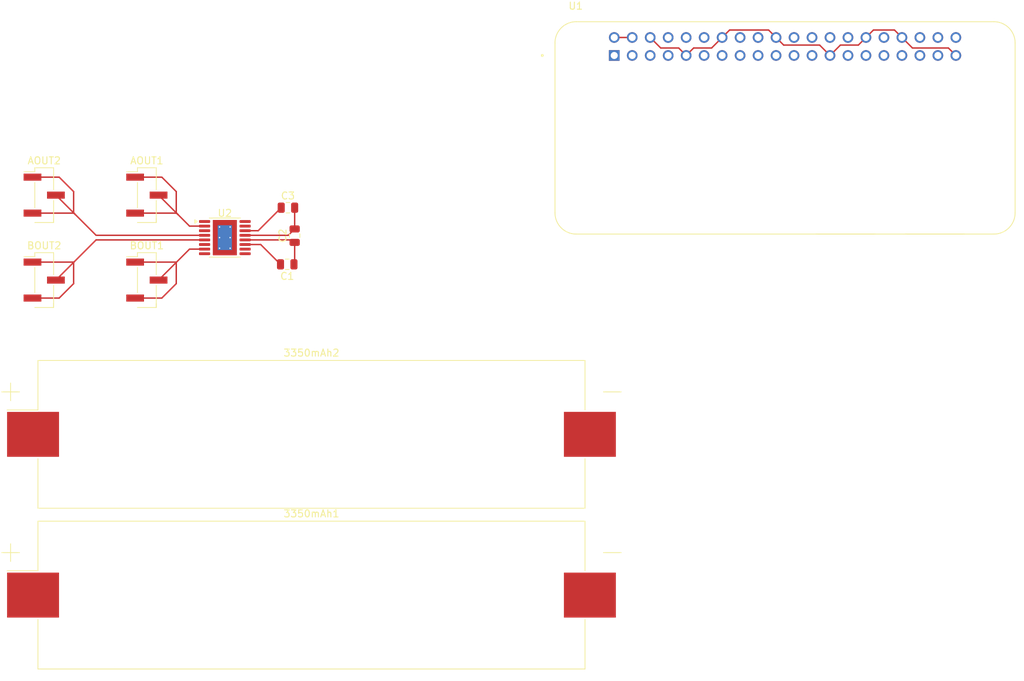
<source format=kicad_pcb>
(kicad_pcb (version 20241229) (generator "pcbnew") (generator_version "9.0")
  (layers (0 "F.Cu" signal) (2 "B.Cu" signal) (13 "F.Paste" user) (15 "B.Paste" user) (5 "F.SilkS" user "F.Silkscreen") (7 "B.SilkS" user "B.Silkscreen") (1 "F.Mask" user) (3 "B.Mask" user) (25 "Edge.Cuts" user))
  (net 0 "")
  (net 1 "Net-(U1-GPIO2{slash}SDA1)")
  (net 2 "+5V")
  (net 3 "Net-(U1-GPIO5)")
  (net 4 "Net-(U1-GPIO14{slash}TXD0)")
  (net 5 "Net-(U1-GPIO3{slash}SCL)")
  (net 6 "Net-(U1-GPIO4{slash}GPIO_GCLK)")
  (net 8 "GND")
  (net 13 "Net-(U2-VCP)")
  (net 33 "/AOUT2")
  (net 34 "/AOUT1")
  (net 35 "/BOUT1")
  (net 36 "/BOUT2")
  (net 37 "+6V")
  (net 38 "Net-(U2-VINT)")
  (net 39 "Net-(U1-GPIO13)")
  (footprint "Capacitor_SMD:C_0805_2012Metric" (layer "F.Cu") (at 64.175 54.275 180)
    (property "Reference" "C1" (at 0 -1.68 0) (layer "F.SilkS"))
    (property "Value" "0.01uF")
    (fp_line (start -0.261252 0.735) (end 0.261252 0.735) (stroke (width 0.12)) (layer "F.SilkS"))
    (fp_line (start -0.261252 -0.735) (end 0.261252 -0.735) (stroke (width 0.12)) (layer "F.SilkS"))
    (pad "1" smd roundrect (at -0.95 0 180) (size 1 1.45) (layers "F.Cu" "F.Mask" "F.Paste") (net 37 "+6V"))
    (pad "2" smd roundrect (at 0.95 0 180) (size 1 1.45) (layers "F.Cu" "F.Mask" "F.Paste") (net 13 "Net-(U2-VCP)"))
  )
  (footprint "Package_SO:HTSSOP-16-1EP_4.4x5mm_P0.65mm_EP3.4x5mm_Mask2.46x2.31mm_ThermalVias" (layer "F.Cu") (at 55.3625 50.5)
    (property "Reference" "U2" (at 0 -3.45 0) (layer "F.SilkS"))
    (property "Value" "DRV8833PWP")
    (fp_line (start 0 -2.76) (end -2.2 -2.76) (stroke (width 0.12)) (layer "F.SilkS"))
    (fp_line (start 0 -2.76) (end 2.2 -2.76) (stroke (width 0.12)) (layer "F.SilkS"))
    (fp_line (start 0 2.76) (end -2.2 2.76) (stroke (width 0.12)) (layer "F.SilkS"))
    (fp_line (start 0 2.76) (end 2.2 2.76) (stroke (width 0.12)) (layer "F.SilkS"))
    (fp_poly (pts (xy -3.91 -2.275) (xy -4.24 -2.515) (xy -4.24 -2.035) (xy -3.91 -2.275)) (stroke (width 0.12)) (fill yes) (layer "F.SilkS"))
    (pad "1" smd roundrect (at -2.8625 -2.275) (size 1.575 0.4) (layers "F.Cu" "F.Mask" "F.Paste") (net 39 "Net-(U1-GPIO13)"))
    (pad "2" smd roundrect (at -2.8625 -1.625) (size 1.575 0.4) (layers "F.Cu" "F.Mask" "F.Paste") (net 34 "/AOUT1"))
    (pad "3" smd roundrect (at -2.8625 -0.975) (size 1.575 0.4) (layers "F.Cu" "F.Mask" "F.Paste") (net 8 "GND"))
    (pad "4" smd roundrect (at -2.8625 -0.325) (size 1.575 0.4) (layers "F.Cu" "F.Mask" "F.Paste") (net 33 "/AOUT2"))
    (pad "5" smd roundrect (at -2.8625 0.325) (size 1.575 0.4) (layers "F.Cu" "F.Mask" "F.Paste") (net 36 "/BOUT2"))
    (pad "6" smd roundrect (at -2.8625 0.975) (size 1.575 0.4) (layers "F.Cu" "F.Mask" "F.Paste") (net 8 "GND"))
    (pad "7" smd roundrect (at -2.8625 1.625) (size 1.575 0.4) (layers "F.Cu" "F.Mask" "F.Paste") (net 35 "/BOUT1"))
    (pad "8" smd roundrect (at -2.8625 2.275) (size 1.575 0.4) (layers "F.Cu" "F.Mask" "F.Paste") (net 4 "Net-(U1-GPIO14{slash}TXD0)"))
    (pad "9" smd roundrect (at 2.8625 2.275) (size 1.575 0.4) (layers "F.Cu" "F.Mask" "F.Paste") (net 5 "Net-(U1-GPIO3{slash}SCL)"))
    (pad "10" smd roundrect (at 2.8625 1.625) (size 1.575 0.4) (layers "F.Cu" "F.Mask" "F.Paste") (net 1 "Net-(U1-GPIO2{slash}SDA1)"))
    (pad "11" smd roundrect (at 2.8625 0.975) (size 1.575 0.4) (layers "F.Cu" "F.Mask" "F.Paste") (net 13 "Net-(U2-VCP)"))
    (pad "12" smd roundrect (at 2.8625 0.325) (size 1.575 0.4) (layers "F.Cu" "F.Mask" "F.Paste") (net 37 "+6V"))
    (pad "13" smd roundrect (at 2.8625 -0.325) (size 1.575 0.4) (layers "F.Cu" "F.Mask" "F.Paste") (net 8 "GND"))
    (pad "14" smd roundrect (at 2.8625 -0.975) (size 1.575 0.4) (layers "F.Cu" "F.Mask" "F.Paste") (net 38 "Net-(U2-VINT)"))
    (pad "15" smd roundrect (at 2.8625 -1.625) (size 1.575 0.4) (layers "F.Cu" "F.Mask" "F.Paste") (net 6 "Net-(U1-GPIO4{slash}GPIO_GCLK)"))
    (pad "16" smd roundrect (at 2.8625 -2.275) (size 1.575 0.4) (layers "F.Cu" "F.Mask" "F.Paste") (net 3 "Net-(U1-GPIO5)"))
    (pad "17" thru_hole circle (at -0.75 -1.5) (size 0.5 0.5) (drill 0.2) (property pad_prop_heatsink) (layers "*.Cu") (net 8 "GND"))
    (pad "17" thru_hole circle (at -0.75 0) (size 0.5 0.5) (drill 0.2) (property pad_prop_heatsink) (layers "*.Cu") (net 8 "GND"))
    (pad "17" thru_hole circle (at -0.75 1.5) (size 0.5 0.5) (drill 0.2) (property pad_prop_heatsink) (layers "*.Cu") (net 8 "GND"))
    (pad "17" smd rect (at 0 0) (size 2 3.5) (property pad_prop_heatsink) (layers "B.Cu") (net 8 "GND"))
    (pad "17" smd rect (at 0 0) (size 3.4 5) (property pad_prop_heatsink) (layers "F.Cu") (net 8 "GND"))
    (pad "17" thru_hole circle (at 0.75 -1.5) (size 0.5 0.5) (drill 0.2) (property pad_prop_heatsink) (layers "*.Cu") (net 8 "GND"))
    (pad "17" thru_hole circle (at 0.75 0) (size 0.5 0.5) (drill 0.2) (property pad_prop_heatsink) (layers "*.Cu") (net 8 "GND"))
    (pad "17" thru_hole circle (at 0.75 1.5) (size 0.5 0.5) (drill 0.2) (property pad_prop_heatsink) (layers "*.Cu") (net 8 "GND"))
  )
  (footprint "Connector_PinHeader_2.54mm:PinHeader_1x03_P2.54mm_Vertical_SMD_Pin1Left" (layer "F.Cu") (at 29.845 44.5)
    (property "Reference" "AOUT2" (at 0 -4.87 0) (layer "F.SilkS"))
    (property "Value" "Conn_01x03_Pin")
    (fp_line (start -1.33 -3.87) (end -1.33 -3.3) (stroke (width 0.12)) (layer "F.SilkS"))
    (fp_line (start -1.33 -3.87) (end 1.33 -3.87) (stroke (width 0.12)) (layer "F.SilkS"))
    (fp_line (start -1.33 -3.3) (end -2.85 -3.3) (stroke (width 0.12)) (layer "F.SilkS"))
    (fp_line (start -1.33 -1.78) (end -1.33 1.78) (stroke (width 0.12)) (layer "F.SilkS"))
    (fp_line (start -1.33 3.87) (end 1.33 3.87) (stroke (width 0.12)) (layer "F.SilkS"))
    (fp_line (start 1.33 -3.87) (end 1.33 -0.76) (stroke (width 0.12)) (layer "F.SilkS"))
    (fp_line (start 1.33 0.76) (end 1.33 3.87) (stroke (width 0.12)) (layer "F.SilkS"))
    (fp_line (start 1.33 3.3) (end 1.33 3.87) (stroke (width 0.12)) (layer "F.SilkS"))
    (pad "1" smd rect (at -1.655 -2.54) (size 2.51 1) (layers "F.Cu" "F.Mask" "F.Paste") (net 33 "/AOUT2"))
    (pad "2" smd rect (at 1.655 0) (size 2.51 1) (layers "F.Cu" "F.Mask" "F.Paste") (net 33 "/AOUT2"))
    (pad "3" smd rect (at -1.655 2.54) (size 2.51 1) (layers "F.Cu" "F.Mask" "F.Paste") (net 33 "/AOUT2"))
  )
  (footprint "Connector_PinHeader_2.54mm:PinHeader_1x03_P2.54mm_Vertical_SMD_Pin1Left" (layer "F.Cu") (at 44.345 56.5)
    (property "Reference" "BOUT1" (at 0 -4.87 0) (layer "F.SilkS"))
    (property "Value" "Conn_01x03_Pin")
    (fp_line (start -1.33 -3.87) (end -1.33 -3.3) (stroke (width 0.12)) (layer "F.SilkS"))
    (fp_line (start -1.33 -3.87) (end 1.33 -3.87) (stroke (width 0.12)) (layer "F.SilkS"))
    (fp_line (start -1.33 -3.3) (end -2.85 -3.3) (stroke (width 0.12)) (layer "F.SilkS"))
    (fp_line (start -1.33 -1.78) (end -1.33 1.78) (stroke (width 0.12)) (layer "F.SilkS"))
    (fp_line (start -1.33 3.87) (end 1.33 3.87) (stroke (width 0.12)) (layer "F.SilkS"))
    (fp_line (start 1.33 -3.87) (end 1.33 -0.76) (stroke (width 0.12)) (layer "F.SilkS"))
    (fp_line (start 1.33 0.76) (end 1.33 3.87) (stroke (width 0.12)) (layer "F.SilkS"))
    (fp_line (start 1.33 3.3) (end 1.33 3.87) (stroke (width 0.12)) (layer "F.SilkS"))
    (pad "1" smd rect (at -1.655 -2.54) (size 2.51 1) (layers "F.Cu" "F.Mask" "F.Paste") (net 35 "/BOUT1"))
    (pad "2" smd rect (at 1.655 0) (size 2.51 1) (layers "F.Cu" "F.Mask" "F.Paste") (net 35 "/BOUT1"))
    (pad "3" smd rect (at -1.655 2.54) (size 2.51 1) (layers "F.Cu" "F.Mask" "F.Paste") (net 35 "/BOUT1"))
  )
  (footprint "Battery:BatteryHolder_Keystone_1042_1x18650" (layer "F.Cu") (at 67.6 78.29)
    (property "Reference" "3350mAh2" (at 0 -11.5 0) (layer "F.SilkS"))
    (property "Value" "3.6V")
    (fp_line (start -43.75 -6) (end -41.25 -6) (stroke (width 0.12)) (layer "F.SilkS"))
    (fp_line (start -42.5 -4.75) (end -42.5 -7.25) (stroke (width 0.12)) (layer "F.SilkS"))
    (fp_line (start -38.64 -10.44) (end -38.64 -3.44) (stroke (width 0.12)) (layer "F.SilkS"))
    (fp_line (start -38.64 -3.44) (end -43 -3.44) (stroke (width 0.12)) (layer "F.SilkS"))
    (fp_line (start -38.64 10.44) (end -38.64 3.44) (stroke (width 0.12)) (layer "F.SilkS"))
    (fp_line (start 38.64 -10.44) (end -38.64 -10.44) (stroke (width 0.12)) (layer "F.SilkS"))
    (fp_line (start 38.64 -3.44) (end 38.64 -10.42) (stroke (width 0.12)) (layer "F.SilkS"))
    (fp_line (start 38.64 3.44) (end 38.64 10.44) (stroke (width 0.12)) (layer "F.SilkS"))
    (fp_line (start 38.64 10.44) (end -38.64 10.44) (stroke (width 0.12)) (layer "F.SilkS"))
    (fp_line (start 43.75 -6) (end 41.25 -6) (stroke (width 0.12)) (layer "F.SilkS"))
    (pad "" np_thru_hole circle (at -35.93 -8) (size 2.39 2.39) (drill 2.39) (layers "*.Cu" "*.Mask"))
    (pad "" np_thru_hole circle (at -27.6 8) (size 3.45 3.45) (drill 3.45) (layers "*.Cu" "*.Mask"))
    (pad "" np_thru_hole circle (at 27.6 -8) (size 3.45 3.45) (drill 3.45) (layers "*.Cu" "*.Mask"))
    (pad "1" smd rect (at -39.33 0) (size 7.34 6.35) (layers "F.Cu" "F.Mask" "F.Paste"))
    (pad "2" smd rect (at 39.33 0) (size 7.34 6.35) (layers "F.Cu" "F.Mask" "F.Paste"))
  )
  (footprint "Capacitor_SMD:C_0805_2012Metric" (layer "F.Cu") (at 64.275 46.275)
    (property "Reference" "C3" (at 0 -1.68 0) (layer "F.SilkS"))
    (property "Value" "2.2uF")
    (fp_line (start -0.261252 -0.735) (end 0.261252 -0.735) (stroke (width 0.12)) (layer "F.SilkS"))
    (fp_line (start -0.261252 0.735) (end 0.261252 0.735) (stroke (width 0.12)) (layer "F.SilkS"))
    (pad "1" smd roundrect (at -0.95 0) (size 1 1.45) (layers "F.Cu" "F.Mask" "F.Paste") (net 38 "Net-(U2-VINT)"))
    (pad "2" smd roundrect (at 0.95 0) (size 1 1.45) (layers "F.Cu" "F.Mask" "F.Paste") (net 8 "GND"))
  )
  (footprint "Battery:BatteryHolder_Keystone_1042_1x18650" (layer "F.Cu") (at 67.6 101)
    (property "Reference" "3350mAh1" (at 0 -11.5 0) (layer "F.SilkS"))
    (property "Value" "3.6V")
    (fp_line (start -43.75 -6) (end -41.25 -6) (stroke (width 0.12)) (layer "F.SilkS"))
    (fp_line (start -42.5 -4.75) (end -42.5 -7.25) (stroke (width 0.12)) (layer "F.SilkS"))
    (fp_line (start -38.64 -10.44) (end -38.64 -3.44) (stroke (width 0.12)) (layer "F.SilkS"))
    (fp_line (start -38.64 -3.44) (end -43 -3.44) (stroke (width 0.12)) (layer "F.SilkS"))
    (fp_line (start -38.64 10.44) (end -38.64 3.44) (stroke (width 0.12)) (layer "F.SilkS"))
    (fp_line (start 38.64 -10.44) (end -38.64 -10.44) (stroke (width 0.12)) (layer "F.SilkS"))
    (fp_line (start 38.64 -3.44) (end 38.64 -10.42) (stroke (width 0.12)) (layer "F.SilkS"))
    (fp_line (start 38.64 3.44) (end 38.64 10.44) (stroke (width 0.12)) (layer "F.SilkS"))
    (fp_line (start 38.64 10.44) (end -38.64 10.44) (stroke (width 0.12)) (layer "F.SilkS"))
    (fp_line (start 43.75 -6) (end 41.25 -6) (stroke (width 0.12)) (layer "F.SilkS"))
    (pad "" np_thru_hole circle (at -35.93 -8) (size 2.39 2.39) (drill 2.39) (layers "*.Cu" "*.Mask"))
    (pad "" np_thru_hole circle (at -27.6 8) (size 3.45 3.45) (drill 3.45) (layers "*.Cu" "*.Mask"))
    (pad "" np_thru_hole circle (at 27.6 -8) (size 3.45 3.45) (drill 3.45) (layers "*.Cu" "*.Mask"))
    (pad "1" smd rect (at -39.33 0) (size 7.34 6.35) (layers "F.Cu" "F.Mask" "F.Paste"))
    (pad "2" smd rect (at 39.33 0) (size 7.34 6.35) (layers "F.Cu" "F.Mask" "F.Paste"))
  )
  (footprint "Connector_PinHeader_2.54mm:PinHeader_1x03_P2.54mm_Vertical_SMD_Pin1Left" (layer "F.Cu") (at 29.845 56.5)
    (property "Reference" "BOUT2" (at 0 -4.87 0) (layer "F.SilkS"))
    (property "Value" "Conn_01x03_Pin")
    (fp_line (start -1.33 -3.87) (end -1.33 -3.3) (stroke (width 0.12)) (layer "F.SilkS"))
    (fp_line (start -1.33 -3.87) (end 1.33 -3.87) (stroke (width 0.12)) (layer "F.SilkS"))
    (fp_line (start -1.33 -3.3) (end -2.85 -3.3) (stroke (width 0.12)) (layer "F.SilkS"))
    (fp_line (start -1.33 -1.78) (end -1.33 1.78) (stroke (width 0.12)) (layer "F.SilkS"))
    (fp_line (start -1.33 3.87) (end 1.33 3.87) (stroke (width 0.12)) (layer "F.SilkS"))
    (fp_line (start 1.33 -3.87) (end 1.33 -0.76) (stroke (width 0.12)) (layer "F.SilkS"))
    (fp_line (start 1.33 0.76) (end 1.33 3.87) (stroke (width 0.12)) (layer "F.SilkS"))
    (fp_line (start 1.33 3.3) (end 1.33 3.87) (stroke (width 0.12)) (layer "F.SilkS"))
    (pad "1" smd rect (at -1.655 -2.54) (size 2.51 1) (layers "F.Cu" "F.Mask" "F.Paste") (net 36 "/BOUT2"))
    (pad "2" smd rect (at 1.655 0) (size 2.51 1) (layers "F.Cu" "F.Mask" "F.Paste") (net 36 "/BOUT2"))
    (pad "3" smd rect (at -1.655 2.54) (size 2.51 1) (layers "F.Cu" "F.Mask" "F.Paste") (net 36 "/BOUT2"))
  )
  (footprint "Capacitor_SMD:C_0805_2012Metric" (layer "F.Cu") (at 65.225 50.225 90)
    (property "Reference" "C2" (at 0 -1.68 90) (layer "F.SilkS"))
    (property "Value" "10uF")
    (fp_line (start -0.261252 -0.735) (end 0.261252 -0.735) (stroke (width 0.12)) (layer "F.SilkS"))
    (fp_line (start -0.261252 0.735) (end 0.261252 0.735) (stroke (width 0.12)) (layer "F.SilkS"))
    (pad "1" smd roundrect (at -0.95 0 90) (size 1 1.45) (layers "F.Cu" "F.Mask" "F.Paste") (net 37 "+6V"))
    (pad "2" smd roundrect (at 0.95 0 90) (size 1 1.45) (layers "F.Cu" "F.Mask" "F.Paste") (net 8 "GND"))
  )
  (footprint "Connector_PinHeader_2.54mm:PinHeader_1x03_P2.54mm_Vertical_SMD_Pin1Left" (layer "F.Cu") (at 44.345 44.5)
    (property "Reference" "AOUT1" (at 0 -4.87 0) (layer "F.SilkS"))
    (property "Value" "Conn_01x03_Pin")
    (fp_line (start -1.33 -3.87) (end -1.33 -3.3) (stroke (width 0.12)) (layer "F.SilkS"))
    (fp_line (start -1.33 -3.87) (end 1.33 -3.87) (stroke (width 0.12)) (layer "F.SilkS"))
    (fp_line (start -1.33 -3.3) (end -2.85 -3.3) (stroke (width 0.12)) (layer "F.SilkS"))
    (fp_line (start -1.33 -1.78) (end -1.33 1.78) (stroke (width 0.12)) (layer "F.SilkS"))
    (fp_line (start -1.33 3.87) (end 1.33 3.87) (stroke (width 0.12)) (layer "F.SilkS"))
    (fp_line (start 1.33 -3.87) (end 1.33 -0.76) (stroke (width 0.12)) (layer "F.SilkS"))
    (fp_line (start 1.33 0.76) (end 1.33 3.87) (stroke (width 0.12)) (layer "F.SilkS"))
    (fp_line (start 1.33 3.3) (end 1.33 3.87) (stroke (width 0.12)) (layer "F.SilkS"))
    (pad "1" smd rect (at -1.655 -2.54) (size 2.51 1) (layers "F.Cu" "F.Mask" "F.Paste") (net 34 "/AOUT1"))
    (pad "2" smd rect (at 1.655 0) (size 2.51 1) (layers "F.Cu" "F.Mask" "F.Paste") (net 34 "/AOUT1"))
    (pad "3" smd rect (at -1.655 2.54) (size 2.51 1) (layers "F.Cu" "F.Mask" "F.Paste") (net 34 "/AOUT1"))
  )
  (footprint "RASPBERRY_PI_ZERO_2_W:MODULE_RASPBERRY_PI_ZERO_2_W" (layer "F.Cu") (at 134.5 35)
    (property "Reference" "U1" (at -29.569 -17.2162 0) (layer "F.SilkS") (effects (font (size 1.00189 1.00189))))
    (property "Value" "RASPBERRY_PI_ZERO_2_W")
    (fp_line (start -32.5 -12) (end -32.5 12) (stroke (width 0.127)) (layer "F.SilkS"))
    (fp_line (start -29.5 15) (end 29.5 15) (stroke (width 0.127)) (layer "F.SilkS"))
    (fp_line (start 4.4 15) (end 12.75 15) (stroke (width 0.127)) (layer "F.SilkS"))
    (fp_line (start 17 15) (end 25.35 15) (stroke (width 0.127)) (layer "F.SilkS"))
    (fp_line (start 29.5 -15) (end -29.5 -15) (stroke (width 0.127)) (layer "F.SilkS"))
    (fp_line (start 32.5 12) (end 32.5 -12) (stroke (width 0.127)) (layer "F.SilkS"))
    (fp_arc (start -32.5 -12) (mid -31.62132 -14.12132) (end -29.5 -15) (stroke (width 0.127)) (layer "F.SilkS"))
    (fp_arc (start -29.5 15) (mid -31.62132 14.12132) (end -32.5 12) (stroke (width 0.127)) (layer "F.SilkS"))
    (fp_arc (start 29.5 -15) (mid 31.62132 -14.12132) (end 32.5 -12) (stroke (width 0.127)) (layer "F.SilkS"))
    (fp_arc (start 32.5 12) (mid 31.62132 14.12132) (end 29.5 15) (stroke (width 0.127)) (layer "F.SilkS"))
    (fp_circle (center -34.29 -10.23) (end -34.19 -10.23) (stroke (width 0.2)) (fill no) (layer "F.SilkS"))
    (pad "" np_thru_hole circle (at -29 -11.5) (size 2.75 2.75) (drill 2.75) (layers "*.Cu" "*.Mask"))
    (pad "" np_thru_hole circle (at -29 11.5) (size 2.75 2.75) (drill 2.75) (layers "*.Cu" "*.Mask"))
    (pad "" np_thru_hole circle (at 29 -11.5) (size 2.75 2.75) (drill 2.75) (layers "*.Cu" "*.Mask"))
    (pad "" np_thru_hole circle (at 29 11.5) (size 2.75 2.75) (drill 2.75) (layers "*.Cu" "*.Mask"))
    (pad "1" thru_hole rect (at -24.13 -10.23) (size 1.508 1.508) (drill 1) (layers "*.Cu" "*.Mask"))
    (pad "2" thru_hole circle (at -24.13 -12.77) (size 1.508 1.508) (drill 1) (layers "*.Cu" "*.Mask") (net 2 "+5V"))
    (pad "3" thru_hole circle (at -21.59 -10.23) (size 1.508 1.508) (drill 1) (layers "*.Cu" "*.Mask") (net 1 "Net-(U1-GPIO2{slash}SDA1)"))
    (pad "4" thru_hole circle (at -21.59 -12.77) (size 1.508 1.508) (drill 1) (layers "*.Cu" "*.Mask") (net 2 "+5V"))
    (pad "5" thru_hole circle (at -19.05 -10.23) (size 1.508 1.508) (drill 1) (layers "*.Cu" "*.Mask") (net 5 "Net-(U1-GPIO3{slash}SCL)"))
    (pad "6" thru_hole circle (at -19.05 -12.77) (size 1.508 1.508) (drill 1) (layers "*.Cu" "*.Mask") (net 8 "GND"))
    (pad "7" thru_hole circle (at -16.51 -10.23) (size 1.508 1.508) (drill 1) (layers "*.Cu" "*.Mask") (net 6 "Net-(U1-GPIO4{slash}GPIO_GCLK)"))
    (pad "8" thru_hole circle (at -16.51 -12.77) (size 1.508 1.508) (drill 1) (layers "*.Cu" "*.Mask") (net 4 "Net-(U1-GPIO14{slash}TXD0)"))
    (pad "9" thru_hole circle (at -13.97 -10.23) (size 1.508 1.508) (drill 1) (layers "*.Cu" "*.Mask") (net 8 "GND"))
    (pad "10" thru_hole circle (at -13.97 -12.77) (size 1.508 1.508) (drill 1) (layers "*.Cu" "*.Mask"))
    (pad "11" thru_hole circle (at -11.43 -10.23) (size 1.508 1.508) (drill 1) (layers "*.Cu" "*.Mask"))
    (pad "12" thru_hole circle (at -11.43 -12.77) (size 1.508 1.508) (drill 1) (layers "*.Cu" "*.Mask"))
    (pad "13" thru_hole circle (at -8.89 -10.23) (size 1.508 1.508) (drill 1) (layers "*.Cu" "*.Mask"))
    (pad "14" thru_hole circle (at -8.89 -12.77) (size 1.508 1.508) (drill 1) (layers "*.Cu" "*.Mask") (net 8 "GND"))
    (pad "15" thru_hole circle (at -6.35 -10.23) (size 1.508 1.508) (drill 1) (layers "*.Cu" "*.Mask"))
    (pad "16" thru_hole circle (at -6.35 -12.77) (size 1.508 1.508) (drill 1) (layers "*.Cu" "*.Mask"))
    (pad "17" thru_hole circle (at -3.81 -10.23) (size 1.508 1.508) (drill 1) (layers "*.Cu" "*.Mask"))
    (pad "18" thru_hole circle (at -3.81 -12.77) (size 1.508 1.508) (drill 1) (layers "*.Cu" "*.Mask"))
    (pad "19" thru_hole circle (at -1.27 -10.23) (size 1.508 1.508) (drill 1) (layers "*.Cu" "*.Mask"))
    (pad "20" thru_hole circle (at -1.27 -12.77) (size 1.508 1.508) (drill 1) (layers "*.Cu" "*.Mask") (net 8 "GND"))
    (pad "21" thru_hole circle (at 1.27 -10.23) (size 1.508 1.508) (drill 1) (layers "*.Cu" "*.Mask"))
    (pad "22" thru_hole circle (at 1.27 -12.77) (size 1.508 1.508) (drill 1) (layers "*.Cu" "*.Mask"))
    (pad "23" thru_hole circle (at 3.81 -10.23) (size 1.508 1.508) (drill 1) (layers "*.Cu" "*.Mask"))
    (pad "24" thru_hole circle (at 3.81 -12.77) (size 1.508 1.508) (drill 1) (layers "*.Cu" "*.Mask"))
    (pad "25" thru_hole circle (at 6.35 -10.23) (size 1.508 1.508) (drill 1) (layers "*.Cu" "*.Mask") (net 8 "GND"))
    (pad "26" thru_hole circle (at 6.35 -12.77) (size 1.508 1.508) (drill 1) (layers "*.Cu" "*.Mask"))
    (pad "27" thru_hole circle (at 8.89 -10.23) (size 1.508 1.508) (drill 1) (layers "*.Cu" "*.Mask"))
    (pad "28" thru_hole circle (at 8.89 -12.77) (size 1.508 1.508) (drill 1) (layers "*.Cu" "*.Mask"))
    (pad "29" thru_hole circle (at 11.43 -10.23) (size 1.508 1.508) (drill 1) (layers "*.Cu" "*.Mask") (net 3 "Net-(U1-GPIO5)"))
    (pad "30" thru_hole circle (at 11.43 -12.77) (size 1.508 1.508) (drill 1) (layers "*.Cu" "*.Mask") (net 8 "GND"))
    (pad "31" thru_hole circle (at 13.97 -10.23) (size 1.508 1.508) (drill 1) (layers "*.Cu" "*.Mask"))
    (pad "32" thru_hole circle (at 13.97 -12.77) (size 1.508 1.508) (drill 1) (layers "*.Cu" "*.Mask"))
    (pad "33" thru_hole circle (at 16.51 -10.23) (size 1.508 1.508) (drill 1) (layers "*.Cu" "*.Mask") (net 39 "Net-(U1-GPIO13)"))
    (pad "34" thru_hole circle (at 16.51 -12.77) (size 1.508 1.508) (drill 1) (layers "*.Cu" "*.Mask") (net 8 "GND"))
    (pad "35" thru_hole circle (at 19.05 -10.23) (size 1.508 1.508) (drill 1) (layers "*.Cu" "*.Mask"))
    (pad "36" thru_hole circle (at 19.05 -12.77) (size 1.508 1.508) (drill 1) (layers "*.Cu" "*.Mask"))
    (pad "37" thru_hole circle (at 21.59 -10.23) (size 1.508 1.508) (drill 1) (layers "*.Cu" "*.Mask"))
    (pad "38" thru_hole circle (at 21.59 -12.77) (size 1.508 1.508) (drill 1) (layers "*.Cu" "*.Mask"))
    (pad "39" thru_hole circle (at 24.13 -10.23) (size 1.508 1.508) (drill 1) (layers "*.Cu" "*.Mask") (net 8 "GND"))
    (pad "40" thru_hole circle (at 24.13 -12.77) (size 1.508 1.508) (drill 1) (layers "*.Cu" "*.Mask"))
  )
  (segment (start 110.37 22.23) (end 112.91 22.23) (width 0.2) (layer "F.Cu") (net 2))
  (segment (start 145.93 22.23) (end 146.985 21.175) (width 0.2) (layer "F.Cu") (net 8))
  (segment (start 65.225 46.275) (end 65.225 49.275) (width 0.2) (layer "F.Cu") (net 8))
  (segment (start 132.175 21.175) (end 133.23 22.23) (width 0.2) (layer "F.Cu") (net 8))
  (segment (start 157.575 23.715) (end 158.63 24.77) (width 0.2) (layer "F.Cu") (net 8))
  (segment (start 120.53 24.77) (end 119.475 23.715) (width 0.2) (layer "F.Cu") (net 8))
  (segment (start 119.475 23.715) (end 116.935 23.715) (width 0.2) (layer "F.Cu") (net 8))
  (segment (start 116.935 23.715) (end 115.45 22.23) (width 0.2) (layer "F.Cu") (net 8))
  (segment (start 121.585 23.715) (end 120.53 24.77) (width 0.2) (layer "F.Cu") (net 8))
  (segment (start 133.23 22.23) (end 134.3 23.3) (width 0.2) (layer "F.Cu") (net 8))
  (segment (start 144.86 23.3) (end 145.93 22.23) (width 0.2) (layer "F.Cu") (net 8))
  (segment (start 142.32 23.3) (end 144.86 23.3) (width 0.2) (layer "F.Cu") (net 8))
  (segment (start 125.61 22.23) (end 124.125 23.715) (width 0.2) (layer "F.Cu") (net 8))
  (segment (start 152.495 23.715) (end 157.575 23.715) (width 0.2) (layer "F.Cu") (net 8))
  (segment (start 140.85 24.77) (end 142.32 23.3) (width 0.2) (layer "F.Cu") (net 8))
  (segment (start 124.125 23.715) (end 121.585 23.715) (width 0.2) (layer "F.Cu") (net 8))
  (segment (start 65.225 49.275) (end 64.325 50.175) (width 0.2) (layer "F.Cu") (net 8))
  (segment (start 64.325 50.175) (end 58.225 50.175) (width 0.2) (layer "F.Cu") (net 8))
  (segment (start 151.01 22.23) (end 152.495 23.715) (width 0.2) (layer "F.Cu") (net 8))
  (segment (start 125.61 22.23) (end 126.665 21.175) (width 0.2) (layer "F.Cu") (net 8))
  (segment (start 139.38 23.3) (end 140.85 24.77) (width 0.2) (layer "F.Cu") (net 8))
  (segment (start 149.955 21.175) (end 151.01 22.23) (width 0.2) (layer "F.Cu") (net 8))
  (segment (start 126.665 21.175) (end 132.175 21.175) (width 0.2) (layer "F.Cu") (net 8))
  (segment (start 134.3 23.3) (end 139.38 23.3) (width 0.2) (layer "F.Cu") (net 8))
  (segment (start 146.985 21.175) (end 149.955 21.175) (width 0.2) (layer "F.Cu") (net 8))
  (segment (start 60.425 51.475) (end 58.225 51.475) (width 0.2) (layer "F.Cu") (net 13))
  (segment (start 63.225 54.275) (end 60.425 51.475) (width 0.2) (layer "F.Cu") (net 13))
  (segment (start 34.25 47.25) (end 37.175 50.175) (width 0.2) (layer "F.Cu") (net 33))
  (segment (start 34 47) (end 34.04 47.04) (width 0.2) (layer "F.Cu") (net 33))
  (segment (start 34.04 47.04) (end 34.25 47.25) (width 0.2) (layer "F.Cu") (net 33))
  (segment (start 31.96 41.96) (end 34 44) (width 0.2) (layer "F.Cu") (net 33))
  (segment (start 28.19 41.96) (end 31.96 41.96) (width 0.2) (layer "F.Cu") (net 33))
  (segment (start 34 44) (end 34 47) (width 0.2) (layer "F.Cu") (net 33))
  (segment (start 37.175 50.175) (end 52.5 50.175) (width 0.2) (layer "F.Cu") (net 33))
  (segment (start 31.5 44.5) (end 34.25 47.25) (width 0.2) (layer "F.Cu") (net 33))
  (segment (start 28.19 47.04) (end 34.04 47.04) (width 0.2) (layer "F.Cu") (net 33))
  (segment (start 50.375 48.875) (end 52.5 48.875) (width 0.2) (layer "F.Cu") (net 34))
  (segment (start 42.69 47.04) (end 48.46 47.04) (width 0.2) (layer "F.Cu") (net 34))
  (segment (start 42.69 41.96) (end 46.46 41.96) (width 0.2) (layer "F.Cu") (net 34))
  (segment (start 46 44.5) (end 48.75 47.25) (width 0.2) (layer "F.Cu") (net 34))
  (segment (start 46.46 41.96) (end 48.5 44) (width 0.2) (layer "F.Cu") (net 34))
  (segment (start 48.5 44) (end 48.5 47) (width 0.2) (layer "F.Cu") (net 34))
  (segment (start 48.46 47.04) (end 48.5 47) (width 0.2) (layer "F.Cu") (net 34))
  (segment (start 48.75 47.25) (end 50.375 48.875) (width 0.2) (layer "F.Cu") (net 34))
  (segment (start 48.5 47) (end 48.75 47.25) (width 0.2) (layer "F.Cu") (net 34))
  (segment (start 42.69 59.04) (end 46.46 59.04) (width 0.2) (layer "F.Cu") (net 35))
  (segment (start 48.5 54) (end 50.375 52.125) (width 0.2) (layer "F.Cu") (net 35))
  (segment (start 48.46 53.96) (end 48.5 54) (width 0.2) (layer "F.Cu") (net 35))
  (segment (start 46.46 59.04) (end 48.5 57) (width 0.2) (layer "F.Cu") (net 35))
  (segment (start 46 56.5) (end 48.5 54) (width 0.2) (layer "F.Cu") (net 35))
  (segment (start 48.5 57) (end 48.5 54) (width 0.2) (layer "F.Cu") (net 35))
  (segment (start 42.69 53.96) (end 48.46 53.96) (width 0.2) (layer "F.Cu") (net 35))
  (segment (start 50.375 52.125) (end 52.5 52.125) (width 0.2) (layer "F.Cu") (net 35))
  (segment (start 37.175 50.825) (end 52.5 50.825) (width 0.2) (layer "F.Cu") (net 36))
  (segment (start 34 57) (end 34 54) (width 0.2) (layer "F.Cu") (net 36))
  (segment (start 31.96 59.04) (end 34 57) (width 0.2) (layer "F.Cu") (net 36))
  (segment (start 28.19 59.04) (end 31.96 59.04) (width 0.2) (layer "F.Cu") (net 36))
  (segment (start 34 54) (end 37.175 50.825) (width 0.2) (layer "F.Cu") (net 36))
  (segment (start 31.5 56.5) (end 34 54) (width 0.2) (layer "F.Cu") (net 36))
  (segment (start 28.19 53.96) (end 33.96 53.96) (width 0.2) (layer "F.Cu") (net 36))
  (segment (start 33.96 53.96) (end 34 54) (width 0.2) (layer "F.Cu") (net 36))
  (segment (start 65.225 51.175) (end 64.875 50.825) (width 0.2) (layer "F.Cu") (net 37))
  (segment (start 64.875 50.825) (end 58.225 50.825) (width 0.2) (layer "F.Cu") (net 37))
  (segment (start 65.225 54.175) (end 65.125 54.275) (width 0.2) (layer "F.Cu") (net 37))
  (segment (start 65.225 51.175) (end 65.225 54.175) (width 0.2) (layer "F.Cu") (net 37))
  (segment (start 60.075 49.525) (end 58.225 49.525) (width 0.2) (layer "F.Cu") (net 38))
  (segment (start 63.325 46.275) (end 60.075 49.525) (width 0.2) (layer "F.Cu") (net 38))
)
</source>
